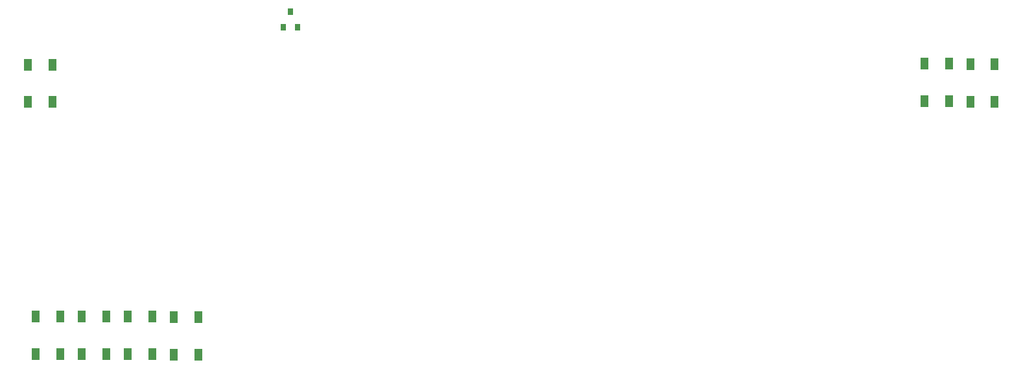
<source format=gbr>
%TF.GenerationSoftware,KiCad,Pcbnew,5.1.7-a382d34a8~88~ubuntu20.04.1*%
%TF.CreationDate,2021-05-08T15:19:39+02:00*%
%TF.ProjectId,OpenCelluloid,4f70656e-4365-46c6-9c75-6c6f69642e6b,rev?*%
%TF.SameCoordinates,Original*%
%TF.FileFunction,Paste,Bot*%
%TF.FilePolarity,Positive*%
%FSLAX46Y46*%
G04 Gerber Fmt 4.6, Leading zero omitted, Abs format (unit mm)*
G04 Created by KiCad (PCBNEW 5.1.7-a382d34a8~88~ubuntu20.04.1) date 2021-05-08 15:19:39*
%MOMM*%
%LPD*%
G01*
G04 APERTURE LIST*
%ADD10R,0.800000X0.900000*%
%ADD11R,1.000000X1.500000*%
G04 APERTURE END LIST*
D10*
%TO.C,Q8*%
X247650000Y-109490000D03*
X246700000Y-111490000D03*
X248600000Y-111490000D03*
%TD*%
D11*
%TO.C,D12*%
X216611000Y-121271200D03*
X213411000Y-121271200D03*
X216611000Y-116371200D03*
X213411000Y-116371200D03*
%TD*%
%TO.C,D11*%
X214427000Y-149264200D03*
X217627000Y-149264200D03*
X214427000Y-154164200D03*
X217627000Y-154164200D03*
%TD*%
%TO.C,D10*%
X220421400Y-149264200D03*
X223621400Y-149264200D03*
X220421400Y-154164200D03*
X223621400Y-154164200D03*
%TD*%
%TO.C,D9*%
X226415800Y-149289600D03*
X229615800Y-149289600D03*
X226415800Y-154189600D03*
X229615800Y-154189600D03*
%TD*%
%TO.C,D8*%
X232461000Y-149315000D03*
X235661000Y-149315000D03*
X232461000Y-154215000D03*
X235661000Y-154215000D03*
%TD*%
%TO.C,D7*%
X330454200Y-116269600D03*
X333654200Y-116269600D03*
X330454200Y-121169600D03*
X333654200Y-121169600D03*
%TD*%
%TO.C,D6*%
X336448600Y-116295000D03*
X339648600Y-116295000D03*
X336448600Y-121195000D03*
X339648600Y-121195000D03*
%TD*%
M02*

</source>
